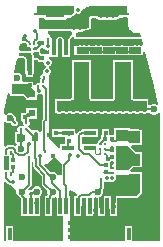
<source format=gbl>
G04*
G04 #@! TF.GenerationSoftware,Altium Limited,Altium Designer,25.0.2 (28)*
G04*
G04 Layer_Physical_Order=6*
G04 Layer_Color=16711680*
%FSLAX44Y44*%
%MOMM*%
G71*
G04*
G04 #@! TF.SameCoordinates,54A35FAF-5F68-4BCB-90B9-8CF1E0348433*
G04*
G04*
G04 #@! TF.FilePolarity,Positive*
G04*
G01*
G75*
%ADD10C,0.1000*%
G04:AMPARAMS|DCode=11|XSize=0.28mm|YSize=0.23mm|CornerRadius=0.115mm|HoleSize=0mm|Usage=FLASHONLY|Rotation=90.000|XOffset=0mm|YOffset=0mm|HoleType=Round|Shape=RoundedRectangle|*
%AMROUNDEDRECTD11*
21,1,0.2800,0.0000,0,0,90.0*
21,1,0.0500,0.2300,0,0,90.0*
1,1,0.2300,0.0000,0.0250*
1,1,0.2300,0.0000,-0.0250*
1,1,0.2300,0.0000,-0.0250*
1,1,0.2300,0.0000,0.0250*
%
%ADD11ROUNDEDRECTD11*%
G04:AMPARAMS|DCode=12|XSize=0.805mm|YSize=0.23mm|CornerRadius=0.115mm|HoleSize=0mm|Usage=FLASHONLY|Rotation=90.000|XOffset=0mm|YOffset=0mm|HoleType=Round|Shape=RoundedRectangle|*
%AMROUNDEDRECTD12*
21,1,0.8050,0.0000,0,0,90.0*
21,1,0.5750,0.2300,0,0,90.0*
1,1,0.2300,0.0000,0.2875*
1,1,0.2300,0.0000,-0.2875*
1,1,0.2300,0.0000,-0.2875*
1,1,0.2300,0.0000,0.2875*
%
%ADD12ROUNDEDRECTD12*%
G04:AMPARAMS|DCode=13|XSize=1.155mm|YSize=0.23mm|CornerRadius=0.115mm|HoleSize=0mm|Usage=FLASHONLY|Rotation=90.000|XOffset=0mm|YOffset=0mm|HoleType=Round|Shape=RoundedRectangle|*
%AMROUNDEDRECTD13*
21,1,1.1550,0.0000,0,0,90.0*
21,1,0.9250,0.2300,0,0,90.0*
1,1,0.2300,0.0000,0.4625*
1,1,0.2300,0.0000,-0.4625*
1,1,0.2300,0.0000,-0.4625*
1,1,0.2300,0.0000,0.4625*
%
%ADD13ROUNDEDRECTD13*%
G04:AMPARAMS|DCode=14|XSize=1.33mm|YSize=0.23mm|CornerRadius=0.115mm|HoleSize=0mm|Usage=FLASHONLY|Rotation=90.000|XOffset=0mm|YOffset=0mm|HoleType=Round|Shape=RoundedRectangle|*
%AMROUNDEDRECTD14*
21,1,1.3300,0.0000,0,0,90.0*
21,1,1.1000,0.2300,0,0,90.0*
1,1,0.2300,0.0000,0.5500*
1,1,0.2300,0.0000,-0.5500*
1,1,0.2300,0.0000,-0.5500*
1,1,0.2300,0.0000,0.5500*
%
%ADD14ROUNDEDRECTD14*%
%ADD15R,0.3500X0.3500*%
%ADD16R,1.0000X0.9000*%
%ADD17R,0.2500X0.2500*%
%ADD18R,0.3000X0.3000*%
%ADD19R,0.6000X0.6000*%
%ADD20R,1.2000X0.4000*%
%ADD22C,0.3500*%
%ADD23R,0.3500X0.3500*%
%ADD24C,0.2200*%
%ADD26R,0.5627X0.2064*%
%ADD27C,0.2500*%
%ADD28R,1.5500X0.3750*%
%ADD29R,0.3850X0.9500*%
%ADD30R,0.5600X0.7400*%
%ADD31R,0.9000X1.0000*%
%ADD32R,1.1200X0.3200*%
%ADD33R,1.1200X0.3230*%
%ADD36R,0.3250X1.1500*%
%ADD37R,0.3200X1.1200*%
%ADD38R,0.3230X1.1200*%
%ADD39C,0.2000*%
%ADD40C,0.1500*%
%ADD41C,0.3000*%
%ADD42C,0.4000*%
%ADD43R,1.0000X0.4000*%
%ADD44R,0.3000X1.4000*%
%ADD45R,0.3000X1.0000*%
%ADD46C,0.6000*%
%ADD47R,0.2000X0.3500*%
%ADD48R,0.3500X0.2000*%
G04:AMPARAMS|DCode=49|XSize=0.3mm|YSize=0.3mm|CornerRadius=0.075mm|HoleSize=0mm|Usage=FLASHONLY|Rotation=180.000|XOffset=0mm|YOffset=0mm|HoleType=Round|Shape=RoundedRectangle|*
%AMROUNDEDRECTD49*
21,1,0.3000,0.1500,0,0,180.0*
21,1,0.1500,0.3000,0,0,180.0*
1,1,0.1500,-0.0750,0.0750*
1,1,0.1500,0.0750,0.0750*
1,1,0.1500,0.0750,-0.0750*
1,1,0.1500,-0.0750,-0.0750*
%
%ADD49ROUNDEDRECTD49*%
%AMCUSTOMSHAPE50*
4,1,4,-0.1250,0.1750,-0.1750,-0.1750,0.1750,-0.1750,0.1750,0.1750,-0.1250,0.1750,0.0*%
%ADD50CUSTOMSHAPE50*%

G04:AMPARAMS|DCode=51|XSize=0.3mm|YSize=0.35mm|CornerRadius=0.075mm|HoleSize=0mm|Usage=FLASHONLY|Rotation=0.000|XOffset=0mm|YOffset=0mm|HoleType=Round|Shape=RoundedRectangle|*
%AMROUNDEDRECTD51*
21,1,0.3000,0.2000,0,0,0.0*
21,1,0.1500,0.3500,0,0,0.0*
1,1,0.1500,0.0750,-0.1000*
1,1,0.1500,-0.0750,-0.1000*
1,1,0.1500,-0.0750,0.1000*
1,1,0.1500,0.0750,0.1000*
%
%ADD51ROUNDEDRECTD51*%
%ADD52R,0.5500X0.2060*%
%ADD53R,0.6000X0.6400*%
G04:AMPARAMS|DCode=54|XSize=0.325mm|YSize=1.1mm|CornerRadius=0.0813mm|HoleSize=0mm|Usage=FLASHONLY|Rotation=0.000|XOffset=0mm|YOffset=0mm|HoleType=Round|Shape=RoundedRectangle|*
%AMROUNDEDRECTD54*
21,1,0.3250,0.9375,0,0,0.0*
21,1,0.1625,1.1000,0,0,0.0*
1,1,0.1625,0.0813,-0.4688*
1,1,0.1625,-0.0813,-0.4688*
1,1,0.1625,-0.0813,0.4688*
1,1,0.1625,0.0813,0.4688*
%
%ADD54ROUNDEDRECTD54*%
%ADD55R,1.0500X0.3230*%
%ADD56C,0.2120*%
G36*
X105000Y194350D02*
X107000D01*
Y192850D01*
X98855D01*
X97000Y190995D01*
X80575D01*
Y191600D01*
X73725D01*
Y190995D01*
X72895D01*
X72825Y190925D01*
Y181517D01*
X68948Y180534D01*
X61500Y180600D01*
X58281D01*
X58281Y180600D01*
X38600D01*
X38600Y180600D01*
X30725D01*
Y180600D01*
Y190100D01*
X34575D01*
X36675Y188000D01*
X52825D01*
X54925Y190100D01*
X56850D01*
X63010Y193892D01*
X63354Y193750D01*
X64647D01*
X65841Y194245D01*
X66755Y195159D01*
X67250Y196353D01*
Y196502D01*
X71173Y198918D01*
X73500D01*
Y200350D01*
X105000D01*
Y194350D01*
D02*
G37*
G36*
X60500D02*
X58000Y192850D01*
X27000D01*
Y194350D01*
X29000D01*
Y200350D01*
X60500D01*
Y194350D01*
D02*
G37*
G36*
X106418Y189602D02*
Y183000D01*
X106735Y182235D01*
X107000Y181969D01*
Y179912D01*
X109765Y179204D01*
X111485Y177485D01*
X111485Y177485D01*
X112250Y177168D01*
X112250Y177168D01*
X116582D01*
X117133Y175002D01*
X116353Y174000D01*
X62400D01*
Y177200D01*
X64932Y177842D01*
X65153Y177750D01*
X66347D01*
X67449Y178207D01*
X67815Y178572D01*
Y178572D01*
X75225Y180450D01*
Y188950D01*
X79075D01*
X82100Y188000D01*
X96400D01*
X99425Y190100D01*
X103275D01*
X105148Y190471D01*
X106418Y189602D01*
D02*
G37*
G36*
X39487Y172665D02*
Y170549D01*
X38834Y170271D01*
X38279Y170499D01*
X37450Y171247D01*
Y172665D01*
X39487D01*
D02*
G37*
G36*
X35000Y167000D02*
X33000D01*
X31864Y165864D01*
X31128Y165372D01*
X30636Y164636D01*
X28650Y162650D01*
X26544D01*
X26222Y162972D01*
Y164528D01*
X26844Y165150D01*
X27517D01*
X28473Y165546D01*
X29204Y166277D01*
X29600Y167233D01*
Y168267D01*
X29294Y169006D01*
Y169550D01*
X30244Y170500D01*
X35000D01*
Y167000D01*
D02*
G37*
G36*
X20400Y167788D02*
Y167233D01*
X20796Y166277D01*
X21527Y165546D01*
X22483Y165150D01*
X23173D01*
X24127Y164086D01*
X23763Y162766D01*
X23196Y162350D01*
X22483D01*
X22474Y162346D01*
X21064Y162250D01*
X21064Y162250D01*
X14826D01*
X13935Y163394D01*
X15045Y167785D01*
X15577Y168389D01*
X16250Y168876D01*
X19311D01*
X20400Y167788D01*
D02*
G37*
G36*
X35817Y163414D02*
X36087Y163169D01*
X36693Y162765D01*
X37366Y162489D01*
X38081Y162351D01*
X38445Y162336D01*
X38445Y162336D01*
X38600Y159636D01*
X38552Y159654D01*
X38452Y159674D01*
X38351D01*
X38251Y159654D01*
X38203Y159636D01*
X38203Y159636D01*
X34250Y159750D01*
X34780Y164280D01*
X35817Y163414D01*
D02*
G37*
G36*
X59051Y178207D02*
X59205Y176806D01*
X56992Y174039D01*
X56909Y174005D01*
X55995Y173091D01*
X55739Y172474D01*
X55600Y172300D01*
Y172138D01*
X55500Y171896D01*
Y170604D01*
X55600Y170362D01*
Y168638D01*
X55500Y168396D01*
Y167104D01*
X55600Y166862D01*
Y165138D01*
X55500Y164897D01*
Y163604D01*
X55600Y163362D01*
Y161759D01*
X55450Y161397D01*
Y160104D01*
X55600Y159741D01*
Y158300D01*
X51750D01*
Y159662D01*
X51850Y159904D01*
Y161196D01*
X51750Y161438D01*
Y163162D01*
X51850Y163403D01*
Y164696D01*
X51750Y164938D01*
Y166662D01*
X51850Y166903D01*
Y168196D01*
X51750Y168438D01*
Y170162D01*
X51850Y170403D01*
Y171696D01*
X51750Y171938D01*
Y172200D01*
X51600Y172300D01*
X51355Y172891D01*
X50441Y173805D01*
X50251Y173884D01*
X49634Y174296D01*
X48600Y174502D01*
X47566Y174296D01*
X46949Y173884D01*
X46759Y173805D01*
X45845Y172891D01*
X45600Y172300D01*
X45500Y172233D01*
Y172058D01*
X45350Y171696D01*
Y170403D01*
X45500Y170042D01*
Y168558D01*
X45350Y168196D01*
Y166903D01*
X45500Y166542D01*
Y165058D01*
X45350Y164696D01*
Y163403D01*
X45500Y163042D01*
Y161558D01*
X45350Y161196D01*
Y159904D01*
X45500Y159542D01*
Y158300D01*
X41600D01*
Y172300D01*
X38600Y177300D01*
Y178976D01*
X58281D01*
X59051Y178207D01*
D02*
G37*
G36*
X60871Y174039D02*
Y174000D01*
X60900Y173852D01*
Y172500D01*
X62252D01*
X62400Y172471D01*
X104650D01*
Y172470D01*
X117776D01*
X118915Y167985D01*
X117749Y166485D01*
X117418D01*
X116296Y166950D01*
X115003D01*
X113882Y166485D01*
X113236D01*
X112597Y166750D01*
X111403D01*
X110764Y166485D01*
X109736D01*
X109097Y166750D01*
X107903D01*
X107264Y166485D01*
X106236D01*
X105597Y166750D01*
X104403D01*
X103764Y166485D01*
X102668D01*
X101546Y166950D01*
X100154D01*
X99032Y166485D01*
X96468D01*
X95346Y166950D01*
X93954D01*
X92832Y166485D01*
X91736D01*
X91097Y166750D01*
X89903D01*
X89264Y166485D01*
X88237D01*
X87597Y166750D01*
X86403D01*
X85800Y166500D01*
X84700D01*
X84097Y166750D01*
X82903D01*
X82300Y166500D01*
X81133D01*
X80046Y166950D01*
X78654D01*
X77567Y166500D01*
X75100D01*
Y166500D01*
X74933D01*
X73846Y166950D01*
X72454D01*
X71367Y166500D01*
X70200D01*
X69597Y166750D01*
X68403D01*
X67800Y166500D01*
X66700D01*
X66097Y166750D01*
X64903D01*
X64300Y166500D01*
X60900D01*
Y162209D01*
X60750Y161847D01*
Y160653D01*
X60900Y160291D01*
Y158500D01*
X62550D01*
X63153Y158250D01*
X64347D01*
X64950Y158500D01*
X66050D01*
X66653Y158250D01*
X67847D01*
X68450Y158500D01*
X69550D01*
X70153Y158250D01*
X71347D01*
X71914Y158485D01*
X74987D01*
X75554Y158250D01*
X76946D01*
X77514Y158485D01*
X80586D01*
X81153Y158250D01*
X82347D01*
X82914Y158485D01*
X84086D01*
X84653Y158250D01*
X85847D01*
X86450Y158500D01*
X87549D01*
X88153Y158250D01*
X89347D01*
X89951Y158500D01*
X91049D01*
X91653Y158250D01*
X92497D01*
X92847Y158250D01*
X93900Y158485D01*
X93900Y158485D01*
X96486D01*
X97054Y158250D01*
X98446D01*
X99014Y158485D01*
X102086D01*
X102653Y158250D01*
X103847D01*
X104414Y158485D01*
X105585D01*
X106153Y158250D01*
X107347Y158250D01*
X107666Y158349D01*
X108100Y158485D01*
Y158485D01*
X109525Y158303D01*
X109653Y158250D01*
X110847D01*
X111415Y158485D01*
X112335D01*
X112903Y158250D01*
X114097D01*
X114665Y158485D01*
X119100D01*
Y161165D01*
X120600Y161353D01*
X128000Y132223D01*
Y131538D01*
X131775Y117352D01*
X131212Y116819D01*
X130447Y116499D01*
X128894Y117142D01*
X127104D01*
X125450Y116457D01*
X125000Y116007D01*
X123500Y116629D01*
Y121750D01*
X110500D01*
X110250Y123146D01*
Y131500D01*
Y141500D01*
Y154500D01*
X93750D01*
Y141500D01*
Y131500D01*
Y121750D01*
X84100D01*
Y121750D01*
X83900D01*
Y121750D01*
X75250D01*
Y131500D01*
Y141500D01*
Y154500D01*
X58750D01*
Y141500D01*
Y131500D01*
Y122353D01*
X57500Y121750D01*
X44500D01*
Y109750D01*
X45654D01*
X46159Y109245D01*
X47354Y108750D01*
X48646D01*
X49841Y109245D01*
X50346Y109750D01*
X51654D01*
X52159Y109245D01*
X53354Y108750D01*
X54646D01*
X55841Y109245D01*
X56101Y109505D01*
X57500Y109750D01*
X57903Y109441D01*
X58159Y109245D01*
X58698Y109022D01*
X58698Y109021D01*
X58726Y109010D01*
X59353Y108750D01*
X60646D01*
X61841Y109245D01*
X62346Y109750D01*
X63654D01*
X64159Y109245D01*
X65353Y108750D01*
X66646D01*
X67841Y109245D01*
X68346Y109750D01*
X69654D01*
X70159Y109245D01*
X71354Y108750D01*
X72646D01*
X73841Y109245D01*
X74346Y109750D01*
X75654D01*
X76159Y109245D01*
X77354Y108750D01*
X78646D01*
X79841Y109245D01*
X80346Y109750D01*
X81654D01*
X82159Y109245D01*
X83354Y108750D01*
X84646D01*
X85841Y109245D01*
X86346Y109750D01*
X87654D01*
X88159Y109245D01*
X89354Y108750D01*
X90646D01*
X91841Y109245D01*
X92346Y109750D01*
X93654D01*
X94159Y109245D01*
X95353Y108750D01*
X96646D01*
X97841Y109245D01*
X98346Y109750D01*
X99654D01*
X100159Y109245D01*
X101353Y108750D01*
X102646D01*
X103841Y109245D01*
X104346Y109750D01*
X105654D01*
X106159Y109245D01*
X107353Y108750D01*
X108646D01*
X109841Y109245D01*
X110500Y109750D01*
X111899Y109505D01*
X112159Y109245D01*
X113353Y108750D01*
X114646D01*
X115841Y109245D01*
X116346Y109750D01*
X117654D01*
X118159Y109245D01*
X119353Y108750D01*
X120646D01*
X121841Y109245D01*
X122130Y109534D01*
X123500Y109750D01*
X124862Y109416D01*
X125450Y108827D01*
X127104Y108142D01*
X128894D01*
X130548Y108827D01*
X131418Y109697D01*
X132918Y109137D01*
Y1082D01*
X109725D01*
Y13500D01*
X103725D01*
Y1082D01*
X57000D01*
Y23750D01*
Y37750D01*
X56825D01*
Y39000D01*
X56119D01*
Y43919D01*
X57006Y44471D01*
X57619Y44562D01*
X58262Y44013D01*
X58315Y43983D01*
X58356Y43939D01*
X59151Y43361D01*
X59206Y43336D01*
X59251Y43295D01*
X60088Y42781D01*
X60146Y42760D01*
X60193Y42723D01*
X61068Y42277D01*
X61127Y42260D01*
X61177Y42227D01*
X62085Y41851D01*
X62145Y41839D01*
X62198Y41809D01*
X62330Y41766D01*
X62748Y40177D01*
X61858Y39000D01*
X60825D01*
Y22000D01*
X66825D01*
Y30754D01*
X66874Y31000D01*
Y36980D01*
X67345Y37451D01*
X69566D01*
X70575Y36146D01*
Y34853D01*
X70825Y34250D01*
Y31750D01*
X70575Y31147D01*
Y29854D01*
X70825Y29250D01*
Y26750D01*
X70575Y26147D01*
Y24854D01*
X70825Y24250D01*
Y22000D01*
X76825D01*
Y24250D01*
X77075Y24854D01*
Y26147D01*
X76825Y26750D01*
Y27864D01*
X76907Y27918D01*
X77238Y28415D01*
X77354Y29000D01*
Y31250D01*
X77238Y31835D01*
X77105Y32158D01*
Y32842D01*
X77238Y33165D01*
X77354Y33750D01*
Y37320D01*
X77351Y37338D01*
X77354Y37355D01*
X77321Y37506D01*
X77712Y37942D01*
X78369Y38431D01*
X78531Y38507D01*
X79755Y38000D01*
X80296D01*
Y33750D01*
X80412Y33165D01*
X80546Y32842D01*
Y32158D01*
X80412Y31835D01*
X80296Y31250D01*
Y29000D01*
X80412Y28415D01*
X80744Y27918D01*
X80825Y27864D01*
Y26750D01*
X80575Y26147D01*
Y24854D01*
X80825Y24250D01*
Y22000D01*
X86825D01*
Y24250D01*
X87075Y24854D01*
Y26147D01*
X86825Y26750D01*
Y27864D01*
X86907Y27918D01*
X87238Y28415D01*
X87354Y29000D01*
Y31250D01*
X87238Y31835D01*
X87105Y32158D01*
Y32842D01*
X87238Y33165D01*
X87354Y33750D01*
Y37471D01*
X90296D01*
Y33750D01*
X90412Y33165D01*
X90546Y32842D01*
Y32158D01*
X90412Y31835D01*
X90296Y31250D01*
Y29000D01*
X90412Y28415D01*
X90744Y27918D01*
X90825Y27864D01*
Y26750D01*
X90575Y26147D01*
Y24854D01*
X90825Y24250D01*
Y22000D01*
X96825D01*
Y24250D01*
X97075Y24854D01*
Y26147D01*
X96825Y26750D01*
Y27864D01*
X96907Y27918D01*
X97238Y28415D01*
X97354Y29000D01*
Y31250D01*
X97238Y31835D01*
X97105Y32158D01*
Y32842D01*
X97238Y33165D01*
X97354Y33750D01*
Y37471D01*
X113000D01*
X113585Y37587D01*
X114081Y37919D01*
X117831Y41669D01*
X118163Y42165D01*
X118279Y42750D01*
Y49750D01*
Y58000D01*
X118250Y58148D01*
Y59500D01*
X116898D01*
X116750Y59529D01*
X108909D01*
X108540Y59587D01*
X107942Y61029D01*
X110384Y63471D01*
X116750D01*
X116898Y63500D01*
X118250D01*
Y64852D01*
X118279Y65000D01*
Y75000D01*
X118250Y75148D01*
Y76500D01*
X116898D01*
X116750Y76529D01*
X113384D01*
X108942Y80971D01*
X109564Y82471D01*
X116750D01*
X116898Y82500D01*
X118250D01*
Y83852D01*
X118279Y84000D01*
Y94000D01*
X118250Y94148D01*
Y95500D01*
X116898D01*
X116750Y95529D01*
X116067D01*
X115841Y95755D01*
X114646Y96250D01*
X113354D01*
X112159Y95755D01*
X112000Y95596D01*
X111841Y95755D01*
X110646Y96250D01*
X109354D01*
X109000Y96103D01*
X107500Y96750D01*
Y96750D01*
X106011Y96777D01*
X106000Y96779D01*
X96000D01*
X95852Y96750D01*
X94500D01*
Y95398D01*
X94471Y95250D01*
Y91000D01*
X90500D01*
Y96000D01*
X84000D01*
Y91000D01*
X83750D01*
Y88082D01*
X81918Y86250D01*
X80023D01*
Y83250D01*
X77597D01*
X77597Y83250D01*
X76403D01*
X76403Y83250D01*
X67650D01*
X67194Y84561D01*
Y87939D01*
X67650Y89250D01*
X80650D01*
Y96250D01*
X67650D01*
Y96210D01*
X66900Y95044D01*
X66022Y94870D01*
X65278Y94372D01*
X65278Y94372D01*
X63278Y92372D01*
X63150Y92181D01*
X61650Y92636D01*
Y96250D01*
X48650D01*
X48500Y95600D01*
X42000D01*
Y89100D01*
X48500D01*
Y89100D01*
X48650Y89250D01*
X52750D01*
Y83250D01*
X48650D01*
Y80310D01*
X47264Y79736D01*
X39000Y88000D01*
Y141750D01*
X39591Y141995D01*
X40505Y142909D01*
X41000Y144103D01*
Y145396D01*
X40505Y146591D01*
X39591Y147505D01*
X39224Y147657D01*
Y149136D01*
X40091Y149495D01*
X41005Y150409D01*
X41500Y151603D01*
Y152896D01*
X41005Y154091D01*
X40091Y155005D01*
X39185Y155381D01*
X39170Y156829D01*
X40512Y157228D01*
X40519Y157219D01*
X41015Y156887D01*
X41600Y156771D01*
X45500D01*
X46085Y156887D01*
X46581Y157219D01*
X46913Y157715D01*
X47029Y158300D01*
Y159542D01*
X46913Y160127D01*
X46880Y160208D01*
Y160892D01*
X46913Y160973D01*
X47029Y161558D01*
Y163042D01*
X46913Y163627D01*
X46880Y163708D01*
Y164392D01*
X46913Y164473D01*
X47029Y165058D01*
Y166542D01*
X46913Y167127D01*
X46880Y167208D01*
Y167892D01*
X46913Y167973D01*
X47029Y168558D01*
Y170042D01*
X46913Y170627D01*
X46880Y170708D01*
Y171392D01*
X46913Y171473D01*
X46939Y171604D01*
X47013Y171715D01*
X47141Y172025D01*
X47680Y172563D01*
X47798Y172612D01*
X48163Y172855D01*
X48600Y172943D01*
X49037Y172855D01*
X49402Y172612D01*
X49521Y172563D01*
X50059Y172025D01*
X50187Y171715D01*
X50271Y171589D01*
X50307Y171502D01*
X50321Y171435D01*
Y170665D01*
X50221Y170162D01*
Y168438D01*
X50321Y167935D01*
Y167165D01*
X50221Y166662D01*
Y164938D01*
X50321Y164435D01*
Y163665D01*
X50221Y163162D01*
Y161438D01*
X50321Y160935D01*
Y160165D01*
X50221Y159662D01*
Y158300D01*
X50337Y157715D01*
X50669Y157219D01*
X51165Y156887D01*
X51750Y156771D01*
X55600D01*
X56185Y156887D01*
X56681Y157219D01*
X57013Y157715D01*
X57129Y158300D01*
Y159741D01*
X57013Y160327D01*
X56979Y160408D01*
Y161092D01*
X57013Y161173D01*
X57129Y161759D01*
Y163362D01*
X57029Y163865D01*
Y164635D01*
X57129Y165138D01*
Y166862D01*
X57029Y167365D01*
Y168135D01*
X57129Y168638D01*
Y170362D01*
X57029Y170865D01*
Y171635D01*
X57049Y171735D01*
X57152Y171889D01*
X57291Y172225D01*
X57927Y172861D01*
X58073Y172958D01*
X58120Y173029D01*
X58186Y173084D01*
X59371Y174565D01*
X60871Y174039D01*
D02*
G37*
G36*
X30456Y160500D02*
X30631Y159622D01*
X31128Y158878D01*
X31872Y158381D01*
X32750Y158206D01*
X33939D01*
X34061Y158137D01*
X34134Y158158D01*
X34203Y158127D01*
X35000Y158104D01*
Y154250D01*
X31483D01*
X31366Y154840D01*
X30855Y155605D01*
X30090Y156116D01*
X29188Y156295D01*
X27562D01*
X27000Y156183D01*
Y160850D01*
X30456D01*
Y160500D01*
D02*
G37*
G36*
X21880Y160196D02*
X22206Y160196D01*
X22848Y160069D01*
X23452Y159819D01*
X23995Y159455D01*
X24226Y159224D01*
X24226Y159224D01*
X24339Y159112D01*
X24515Y158848D01*
X24636Y158555D01*
X24698Y158243D01*
X24698Y158084D01*
X24699Y158084D01*
Y152972D01*
X21972Y152972D01*
X21424Y154070D01*
X20015Y155797D01*
Y157100D01*
X18612D01*
X17646Y157500D01*
X17285D01*
X15501Y158042D01*
X14277Y158133D01*
X14277Y158133D01*
X14135Y158133D01*
Y160196D01*
X21880Y160196D01*
D02*
G37*
G36*
X14216Y156509D02*
X14529Y156486D01*
X15273Y156178D01*
X16053D01*
X16813Y155947D01*
X17058Y155971D01*
X17285Y155876D01*
X17323D01*
X17991Y155600D01*
X18222D01*
X18742Y154821D01*
X18757Y154770D01*
X18859Y154645D01*
X19000Y154434D01*
Y142900D01*
X19309D01*
X19557Y142301D01*
X20000Y141857D01*
Y140000D01*
X26000D01*
Y142250D01*
X26250D01*
Y152798D01*
X26322Y152972D01*
Y153271D01*
X26662Y153918D01*
X27317Y154591D01*
X27722Y154672D01*
X29028D01*
X29456Y154586D01*
X29684Y154434D01*
X29836Y154206D01*
X29891Y153933D01*
X30000Y153770D01*
Y152750D01*
X31185D01*
X31483Y152626D01*
X33550D01*
X35000Y151603D01*
X35131Y151287D01*
X35495Y150409D01*
X36409Y149495D01*
X36784Y149340D01*
X36666Y147819D01*
X35909Y147505D01*
X34995Y146591D01*
X34500Y145396D01*
Y144103D01*
X34682Y143665D01*
X34390Y143228D01*
X33287Y142771D01*
X32443Y141927D01*
X31986Y140824D01*
Y139631D01*
X32309Y138851D01*
X32029Y137650D01*
X31830Y137450D01*
X31440Y136509D01*
Y135744D01*
X30919Y135081D01*
X30256Y134560D01*
X29491D01*
X28550Y134170D01*
X27830Y133450D01*
X27574Y132832D01*
X26124Y133120D01*
Y134500D01*
X26000Y134798D01*
Y136000D01*
X24798D01*
X24500Y136124D01*
X17382D01*
X16426Y137574D01*
X16750Y138355D01*
Y140145D01*
X16065Y141799D01*
X14799Y143065D01*
X13145Y143750D01*
X11355D01*
X10967Y143589D01*
X9746Y144653D01*
X12596Y155577D01*
X12824Y155850D01*
X13167Y156121D01*
X14135Y156509D01*
X14216Y156509D01*
D02*
G37*
G36*
X24500Y134500D02*
Y131500D01*
X27750Y128250D01*
X21750Y122250D01*
X18500Y125500D01*
X8000D01*
Y134500D01*
X24500Y134500D01*
D02*
G37*
G36*
X108626Y141500D02*
Y131500D01*
Y123146D01*
X108684Y123007D01*
X108652Y122860D01*
X108750Y122312D01*
Y120250D01*
X110202D01*
X110500Y120126D01*
X121876D01*
Y116629D01*
X122000Y116330D01*
Y116007D01*
X122000Y116007D01*
Y111157D01*
X121877Y111138D01*
X121448Y110875D01*
X120982Y110682D01*
X120921Y110621D01*
X120323Y110374D01*
X119676D01*
X119079Y110621D01*
X118802Y110898D01*
X117654Y111374D01*
X116346D01*
X115198Y110898D01*
X114921Y110621D01*
X114323Y110374D01*
X113676D01*
X113079Y110621D01*
X113047Y110653D01*
X112593Y110841D01*
X112179Y111104D01*
X110780Y111349D01*
X110744Y111341D01*
X110713Y111360D01*
X110143Y111207D01*
X109567Y111079D01*
X109548Y111048D01*
X109512Y111039D01*
X109023Y110663D01*
X108323Y110374D01*
X107676D01*
X107079Y110621D01*
X106802Y110898D01*
X105654Y111374D01*
X104346D01*
X103198Y110898D01*
X102921Y110621D01*
X102323Y110374D01*
X101676D01*
X101079Y110621D01*
X100802Y110898D01*
X99654Y111374D01*
X98346D01*
X97198Y110898D01*
X96921Y110621D01*
X96323Y110374D01*
X95676D01*
X95079Y110621D01*
X94802Y110898D01*
X93654Y111374D01*
X92346D01*
X91198Y110898D01*
X90921Y110621D01*
X90323Y110374D01*
X89676D01*
X89079Y110621D01*
X88802Y110898D01*
X87654Y111374D01*
X86346D01*
X85198Y110898D01*
X84921Y110621D01*
X84323Y110374D01*
X83676D01*
X83079Y110621D01*
X82802Y110898D01*
X81654Y111374D01*
X80346D01*
X79198Y110898D01*
X78921Y110621D01*
X78323Y110374D01*
X77677D01*
X77079Y110621D01*
X76802Y110898D01*
X75654Y111374D01*
X74346D01*
X73198Y110898D01*
X72921Y110621D01*
X72323Y110374D01*
X71677D01*
X71079Y110621D01*
X70802Y110898D01*
X69654Y111374D01*
X68346D01*
X67198Y110898D01*
X66921Y110621D01*
X66323Y110374D01*
X65676D01*
X65079Y110621D01*
X64802Y110898D01*
X63654Y111374D01*
X62346D01*
X61198Y110898D01*
X60921Y110621D01*
X60324Y110374D01*
X59676D01*
X59348Y110510D01*
X59347D01*
X59346Y110511D01*
X59319Y110521D01*
X59319Y110521D01*
X58977Y110663D01*
X58891Y110730D01*
X58891Y110730D01*
X58891Y110730D01*
X58488Y111039D01*
X58453Y111048D01*
X58433Y111079D01*
X57857Y111207D01*
X57287Y111360D01*
X57256Y111341D01*
X57220Y111349D01*
X55821Y111104D01*
X55407Y110841D01*
X54953Y110653D01*
X54921Y110621D01*
X54324Y110374D01*
X53677D01*
X53079Y110621D01*
X52802Y110898D01*
X51654Y111374D01*
X50346D01*
X49198Y110898D01*
X48921Y110621D01*
X48323Y110374D01*
X47677D01*
X47079Y110621D01*
X46802Y110898D01*
X46573Y110993D01*
X46124Y111179D01*
Y120126D01*
X57500D01*
X57798Y120250D01*
X60250D01*
Y121782D01*
X60283Y121819D01*
X60267Y122097D01*
X60374Y122353D01*
Y131500D01*
Y141500D01*
Y152876D01*
X73626D01*
Y141500D01*
Y131500D01*
Y121750D01*
X73750Y121452D01*
Y121000D01*
X73937D01*
X74102Y120602D01*
X75250Y120126D01*
X83900D01*
X83900Y120126D01*
X84100D01*
X84100Y120126D01*
X93750D01*
X94898Y120602D01*
X95063Y121000D01*
X95250D01*
Y121452D01*
X95374Y121750D01*
Y131500D01*
Y141500D01*
Y152876D01*
X108626D01*
Y141500D01*
D02*
G37*
G36*
X6376Y126045D02*
Y125500D01*
X6500Y125202D01*
Y124000D01*
X7702D01*
X8000Y123876D01*
X17828D01*
X20250Y121454D01*
Y120750D01*
X21452D01*
X21750Y120626D01*
X22048Y120750D01*
X29250D01*
Y124513D01*
X30354Y125250D01*
X31646D01*
X32841Y125745D01*
X34206Y125059D01*
Y104787D01*
X33878Y104459D01*
X33381Y103715D01*
X33206Y102837D01*
Y95041D01*
X31866Y93788D01*
X31343Y93833D01*
X31162Y93934D01*
X30341Y94755D01*
X29146Y95250D01*
X27854D01*
X26659Y94755D01*
X24693Y94802D01*
X23000Y96494D01*
Y96547D01*
X22581Y97558D01*
X21925Y98500D01*
X22581Y99442D01*
X23000Y100453D01*
Y101547D01*
X22581Y102558D01*
X22544Y102595D01*
Y104600D01*
X22544Y104600D01*
X23940Y104750D01*
X29250D01*
Y111278D01*
X29294Y111500D01*
X29250Y111721D01*
Y113750D01*
X27221D01*
X27000Y113794D01*
X26779Y113750D01*
X20250D01*
Y110750D01*
X19659Y110505D01*
X18745Y109591D01*
X18707Y109500D01*
X15350D01*
Y103000D01*
X16532D01*
X17501Y101550D01*
X17500Y101547D01*
Y100453D01*
X17919Y99442D01*
X18078Y99214D01*
X17036Y98172D01*
X16808Y98331D01*
X15797Y98750D01*
X14703D01*
X13692Y98331D01*
X12919Y97558D01*
X12500Y96547D01*
Y95453D01*
X12833Y94650D01*
X12266Y93200D01*
X10150D01*
Y83800D01*
X11240D01*
X12045Y82350D01*
X11944Y82187D01*
X10344Y81899D01*
X10015Y82119D01*
X9137Y82294D01*
X4818D01*
X3940Y82119D01*
X3195Y81622D01*
X2600Y81027D01*
X1150Y81628D01*
Y101698D01*
X2600Y102286D01*
X3451Y101435D01*
X5105Y100750D01*
X6895D01*
X7500Y100453D01*
X7919Y99442D01*
X8692Y98669D01*
X9703Y98250D01*
X10797D01*
X11808Y98669D01*
X12581Y99442D01*
X13000Y100453D01*
Y101547D01*
X12581Y102558D01*
X11808Y103331D01*
X11169Y103596D01*
X11007Y103758D01*
X11150Y104104D01*
Y105396D01*
X10655Y106591D01*
X10075Y107171D01*
X9815Y107799D01*
X8549Y109065D01*
X6895Y109750D01*
X5105D01*
X3451Y109065D01*
X2600Y108214D01*
X1150Y108802D01*
Y111713D01*
X4938Y126230D01*
X6376Y126045D01*
D02*
G37*
G36*
X107250Y94000D02*
X116750D01*
Y84000D01*
X107750D01*
X106000Y85750D01*
Y86250D01*
X96000D01*
Y95250D01*
X106000D01*
X107250Y94000D01*
D02*
G37*
G36*
X5250Y66750D02*
Y61250D01*
X1150D01*
Y72750D01*
X5250D01*
Y66750D01*
D02*
G37*
G36*
X112750Y75000D02*
X116750D01*
Y65000D01*
X109750D01*
X106000Y61250D01*
X96000D01*
Y81750D01*
X106000D01*
X112750Y75000D01*
D02*
G37*
G36*
X50328Y66423D02*
X50131Y66128D01*
X49956Y65250D01*
Y57321D01*
X46542D01*
X46365Y57749D01*
X45099Y59015D01*
X43445Y59700D01*
X41655D01*
X40958Y59411D01*
X35134Y65236D01*
X35689Y66575D01*
X38075D01*
X43100Y71600D01*
X45095Y71655D01*
X50328Y66423D01*
D02*
G37*
G36*
X116750Y49750D02*
Y42750D01*
X113000Y39000D01*
X95825D01*
Y33750D01*
X95575Y33147D01*
Y31854D01*
X95825Y31250D01*
Y29000D01*
X91825D01*
Y31250D01*
X92075Y31854D01*
Y33147D01*
X91825Y33750D01*
Y39000D01*
X85825D01*
Y33750D01*
X85575Y33147D01*
Y31854D01*
X85825Y31250D01*
Y29000D01*
X81825D01*
Y31250D01*
X82075Y31854D01*
Y33147D01*
X81825Y33750D01*
Y38116D01*
X83199Y38685D01*
X84465Y39951D01*
X85150Y41605D01*
Y43395D01*
X84896Y44009D01*
X85355Y44696D01*
X85549Y45672D01*
Y50581D01*
X85751Y50796D01*
X86819Y51325D01*
X87604Y51000D01*
X88897D01*
X90091Y51495D01*
X90500Y51904D01*
X90909Y51495D01*
X92104Y51000D01*
X93397D01*
X94591Y51495D01*
X95505Y52409D01*
X95646Y52750D01*
X96000D01*
Y56750D01*
X106500D01*
X107750Y58000D01*
X116750D01*
Y49750D01*
D02*
G37*
G36*
X75575Y37559D02*
X75825Y37320D01*
Y33750D01*
X75575Y33147D01*
Y31854D01*
X75825Y31250D01*
Y29000D01*
X72500D01*
Y37451D01*
X73104D01*
X74080Y37645D01*
X74555Y37963D01*
X75575Y37559D01*
D02*
G37*
G36*
X26098Y68399D02*
X26206Y68191D01*
Y64382D01*
X26381Y63505D01*
X26878Y62760D01*
X33206Y56432D01*
Y49550D01*
X33381Y48672D01*
X33878Y47928D01*
X38156Y43650D01*
X38050Y43395D01*
Y41605D01*
X38361Y40855D01*
X37956Y40249D01*
X37781Y39371D01*
Y39000D01*
X35825D01*
Y22000D01*
X41825D01*
Y36198D01*
X42195Y36751D01*
X42369Y37629D01*
Y38000D01*
X43445D01*
X44375Y38385D01*
X45825Y37517D01*
Y22000D01*
X51000D01*
Y1082D01*
X8925D01*
Y13500D01*
X2925D01*
Y1082D01*
X1150D01*
Y51219D01*
X2490Y51774D01*
X4626Y49639D01*
X5370Y49141D01*
X6248Y48967D01*
X6549D01*
X7037Y48479D01*
X8231Y47984D01*
X11800Y43895D01*
Y42105D01*
X12485Y40451D01*
X13751Y39185D01*
X14636Y38819D01*
X14746Y38263D01*
X15244Y37519D01*
X15825Y36938D01*
Y22000D01*
X31825D01*
Y32681D01*
X32000Y33103D01*
Y34396D01*
X31825Y34818D01*
Y39000D01*
X32524Y40160D01*
X32815Y40451D01*
X33500Y42105D01*
Y43895D01*
X32815Y45549D01*
X31549Y46815D01*
X29895Y47500D01*
X28105D01*
X26451Y46815D01*
X25185Y45549D01*
X24852Y44744D01*
X24669Y44622D01*
X24297Y44250D01*
X23104D01*
X22662Y44067D01*
X21841Y45296D01*
X23872Y47328D01*
X24369Y48072D01*
X24544Y48950D01*
Y67641D01*
X25994Y68462D01*
X26098Y68399D01*
D02*
G37*
D10*
X82900Y83573D02*
Y83900D01*
Y83250D02*
Y83573D01*
Y75250D02*
Y78500D01*
Y75000D02*
Y75250D01*
X79000Y75000D02*
X82900D01*
X74150Y80250D02*
X77000D01*
X78000Y79250D01*
Y76000D02*
Y79250D01*
Y76000D02*
X79000Y75000D01*
X74150Y79750D02*
Y80250D01*
D11*
X38600Y161050D02*
D03*
D12*
Y168920D02*
D03*
D13*
X43600Y166300D02*
D03*
X53600D02*
D03*
D14*
X48600D02*
D03*
X58600D02*
D03*
D15*
X56000Y86250D02*
D03*
X50300D02*
D03*
X3000Y70000D02*
D03*
X8500D02*
D03*
X3000Y64000D02*
D03*
X8500D02*
D03*
X87000Y87750D02*
D03*
X92500D02*
D03*
X87250Y92750D02*
D03*
X92750D02*
D03*
X18600Y106250D02*
D03*
X12900D02*
D03*
D16*
X117000Y115750D02*
D03*
Y102250D02*
D03*
X51000D02*
D03*
Y115750D02*
D03*
X64200Y102250D02*
D03*
Y115750D02*
D03*
X77400Y102250D02*
D03*
Y115750D02*
D03*
X103800Y102250D02*
D03*
Y115750D02*
D03*
X90600Y102250D02*
D03*
Y115750D02*
D03*
X101000Y77250D02*
D03*
Y90750D02*
D03*
Y52250D02*
D03*
Y65750D02*
D03*
X13000Y130000D02*
D03*
Y116500D02*
D03*
D17*
X25500Y138000D02*
D03*
X20500D02*
D03*
D18*
X23000Y143000D02*
D03*
Y133000D02*
D03*
D19*
X16750Y88500D02*
D03*
X27750D02*
D03*
X24750Y125250D02*
D03*
Y109250D02*
D03*
D20*
Y117250D02*
D03*
D22*
X38250Y166250D02*
D03*
X48600Y167550D02*
D03*
Y171050D02*
D03*
X31000Y105750D02*
D03*
X30500Y99500D02*
D03*
X34000Y25750D02*
D03*
X36250Y41250D02*
D03*
X92678Y79822D02*
D03*
X56750Y74000D02*
D03*
X64000Y73500D02*
D03*
X56400Y91750D02*
D03*
X118000Y80000D02*
D03*
X113500D02*
D03*
X29000Y55700D02*
D03*
X59000Y38750D02*
D03*
X4750Y40500D02*
D03*
Y34500D02*
D03*
Y28500D02*
D03*
Y22500D02*
D03*
X6750Y16500D02*
D03*
X12750D02*
D03*
Y10500D02*
D03*
X18750D02*
D03*
X24750D02*
D03*
X42750Y16500D02*
D03*
X30750Y10500D02*
D03*
X36750D02*
D03*
X42750D02*
D03*
X12750Y4500D02*
D03*
X18750D02*
D03*
X24750D02*
D03*
X30750D02*
D03*
X36750D02*
D03*
X42750D02*
D03*
X48750D02*
D03*
Y10500D02*
D03*
Y16500D02*
D03*
X92750Y54250D02*
D03*
X88250D02*
D03*
X116750Y61500D02*
D03*
X111250D02*
D03*
X60000Y118000D02*
D03*
X66000D02*
D03*
X78000D02*
D03*
X84000D02*
D03*
X90000D02*
D03*
X102000D02*
D03*
X108000D02*
D03*
X120000D02*
D03*
X48000Y112000D02*
D03*
X60000D02*
D03*
X66000D02*
D03*
X78000D02*
D03*
X84000D02*
D03*
X90000D02*
D03*
X102000D02*
D03*
X108000D02*
D03*
X120000D02*
D03*
X48000Y118000D02*
D03*
X59000Y32750D02*
D03*
X114000Y112000D02*
D03*
X96000D02*
D03*
X72000D02*
D03*
X54000D02*
D03*
X114000Y118000D02*
D03*
X96000D02*
D03*
X72000D02*
D03*
X54000D02*
D03*
X114000Y93000D02*
D03*
X110000D02*
D03*
X114000Y89000D02*
D03*
X110000D02*
D03*
X106000D02*
D03*
Y93000D02*
D03*
X102000Y89000D02*
D03*
X98000D02*
D03*
X102000Y93000D02*
D03*
X98000D02*
D03*
X59000Y27750D02*
D03*
Y22750D02*
D03*
X68825Y32500D02*
D03*
Y27500D02*
D03*
Y22500D02*
D03*
X78825Y32500D02*
D03*
Y27500D02*
D03*
Y22500D02*
D03*
X98825Y32500D02*
D03*
Y27500D02*
D03*
Y22500D02*
D03*
X88825D02*
D03*
Y27500D02*
D03*
Y32500D02*
D03*
X112000Y49000D02*
D03*
X107000D02*
D03*
X102000D02*
D03*
X92000D02*
D03*
X97000D02*
D03*
X73825Y25500D02*
D03*
Y30500D02*
D03*
Y35500D02*
D03*
X83825D02*
D03*
Y30500D02*
D03*
Y25500D02*
D03*
X93825D02*
D03*
Y30500D02*
D03*
Y35500D02*
D03*
X28750Y33750D02*
D03*
X16300Y55700D02*
D03*
X4000Y47000D02*
D03*
X2987Y99445D02*
D03*
X3000Y86000D02*
D03*
X3500Y70000D02*
D03*
Y64000D02*
D03*
X8878Y51234D02*
D03*
X50300Y86250D02*
D03*
X92750Y67000D02*
D03*
X23750Y41000D02*
D03*
X28500Y92000D02*
D03*
X115650Y163700D02*
D03*
X64000Y197000D02*
D03*
X17460Y165016D02*
D03*
X58750Y164250D02*
D03*
Y157250D02*
D03*
X58700Y160750D02*
D03*
X58750Y171250D02*
D03*
Y167750D02*
D03*
X13250Y139250D02*
D03*
X47000Y61500D02*
D03*
X44250Y66250D02*
D03*
X31500Y73000D02*
D03*
X4250Y113250D02*
D03*
X66500Y156250D02*
D03*
X21500Y107750D02*
D03*
X27500Y117250D02*
D03*
X38250Y166250D02*
D03*
X29000Y151500D02*
D03*
Y148000D02*
D03*
Y144500D02*
D03*
X38250Y152250D02*
D03*
X22250Y83423D02*
D03*
X5500Y96250D02*
D03*
X12900Y108000D02*
D03*
X7900Y104750D02*
D03*
X13000Y116500D02*
D03*
X18750Y174500D02*
D03*
X31000Y128500D02*
D03*
X37750Y144750D02*
D03*
X27750Y179000D02*
D03*
X28750Y141000D02*
D03*
X26500Y138000D02*
D03*
X19500D02*
D03*
X23000D02*
D03*
X17000Y143750D02*
D03*
Y147250D02*
D03*
Y150750D02*
D03*
Y154250D02*
D03*
X48600Y160550D02*
D03*
Y157050D02*
D03*
Y164050D02*
D03*
X23250Y117250D02*
D03*
D23*
X87750Y60000D02*
D03*
Y65500D02*
D03*
X92678Y78072D02*
D03*
Y72372D02*
D03*
X45250Y92350D02*
D03*
Y86650D02*
D03*
X18000Y166750D02*
D03*
X33250Y168750D02*
D03*
Y156000D02*
D03*
D24*
X86900Y75250D02*
D03*
Y79250D02*
D03*
Y83250D02*
D03*
X82900Y75250D02*
D03*
Y79250D02*
D03*
Y83250D02*
D03*
X27000Y167750D02*
D03*
X23000D02*
D03*
X27000Y163750D02*
D03*
X23000D02*
D03*
X27000Y159750D02*
D03*
X23000D02*
D03*
D26*
X16750Y159718D02*
D03*
D27*
X10250Y101000D02*
D03*
Y96000D02*
D03*
X15250D02*
D03*
X20250Y101000D02*
D03*
Y96000D02*
D03*
D28*
X44750Y192870D02*
D03*
X89250D02*
D03*
D29*
X56850Y185350D02*
D03*
X32650D02*
D03*
X77150D02*
D03*
X101350D02*
D03*
D30*
X49100Y184300D02*
D03*
X40400D02*
D03*
X84900D02*
D03*
X93600D02*
D03*
D31*
X112250Y53000D02*
D03*
X125750D02*
D03*
X112250Y70000D02*
D03*
X125750D02*
D03*
X112250Y89000D02*
D03*
X125750D02*
D03*
X104250Y138000D02*
D03*
X117750D02*
D03*
X104250Y128000D02*
D03*
X117750D02*
D03*
X104250Y148000D02*
D03*
X117750D02*
D03*
X69250Y128000D02*
D03*
X82750D02*
D03*
X99750D02*
D03*
X86250D02*
D03*
X99750Y148000D02*
D03*
X86250D02*
D03*
X99750Y138000D02*
D03*
X86250D02*
D03*
X69250Y148000D02*
D03*
X82750D02*
D03*
X69250Y138000D02*
D03*
X82750D02*
D03*
X64750Y148000D02*
D03*
X51250D02*
D03*
X64750Y128000D02*
D03*
X51250D02*
D03*
X64750Y138000D02*
D03*
X51250D02*
D03*
D32*
X90000Y161600D02*
D03*
X101000Y161585D02*
D03*
X79000Y175585D02*
D03*
Y168585D02*
D03*
Y156400D02*
D03*
X101000Y163385D02*
D03*
X68000Y161600D02*
D03*
X90000Y163385D02*
D03*
X101000Y175585D02*
D03*
X68000Y175600D02*
D03*
X112000Y170385D02*
D03*
X90000Y175585D02*
D03*
X68000Y163400D02*
D03*
X112000Y161585D02*
D03*
Y163385D02*
D03*
D33*
X90000Y156400D02*
D03*
X101000Y156385D02*
D03*
X79000Y170385D02*
D03*
Y163385D02*
D03*
Y161600D02*
D03*
X101000Y168585D02*
D03*
X68000Y156400D02*
D03*
X90000Y168585D02*
D03*
X101000Y170385D02*
D03*
X68000Y170400D02*
D03*
X90000Y170385D02*
D03*
X68000Y168600D02*
D03*
X112000Y156385D02*
D03*
Y168585D02*
D03*
D36*
X23125Y149500D02*
D03*
D37*
X22100Y150000D02*
D03*
D38*
X16900D02*
D03*
D39*
X86900Y75196D02*
X88128Y73968D01*
Y72413D02*
X89541Y71000D01*
X92000Y63000D02*
Y67000D01*
X88128Y72413D02*
Y73968D01*
X86900Y75196D02*
Y75250D01*
X66290Y40000D02*
X73104D01*
X64325Y31000D02*
Y38036D01*
X63825Y30500D02*
X64325Y31000D01*
Y38036D02*
X66290Y40000D01*
X73104D02*
X75604Y42500D01*
X80650D01*
X83000Y45672D02*
Y54000D01*
X80650Y42500D02*
Y43322D01*
X83000Y45672D01*
X6750Y58000D02*
Y58750D01*
X7328D02*
X8500Y59922D01*
X6750Y58750D02*
X7328D01*
X8500Y59922D02*
Y64000D01*
X90163Y71622D02*
X91928D01*
X92678Y72372D01*
X89541Y71000D02*
X90163Y71622D01*
D40*
X64900Y78818D02*
X68968Y74750D01*
X64900Y78818D02*
Y90750D01*
X68968Y74750D02*
X73500D01*
X82750Y65500D02*
X86000D01*
X73500Y74750D02*
X82750Y65500D01*
X64900Y90750D02*
X66900Y92750D01*
X82900Y83573D02*
X83034D01*
X92678Y78072D02*
Y79822D01*
X87739Y78600D02*
X92150D01*
X92678Y78072D01*
X86961Y79116D02*
X87223D01*
X87739Y78600D01*
X86771Y78927D02*
X86961Y79116D01*
X87000Y87750D02*
Y91750D01*
X83034Y83573D02*
Y84122D01*
X85662Y86750D02*
X86000D01*
X83034Y84122D02*
X85662Y86750D01*
X86000D02*
X87000Y87750D01*
X56500Y69500D02*
Y74000D01*
X66900Y92750D02*
X74150D01*
X45250Y92350D02*
X54750D01*
X55150Y92750D01*
X35500Y77906D02*
X36250Y77156D01*
X35500Y102837D02*
X36500Y103837D01*
X36250Y76750D02*
Y77156D01*
X35500Y77906D02*
Y102837D01*
X52250Y65250D02*
X56500Y69500D01*
X55150Y79750D02*
Y86874D01*
X120000Y112642D02*
X127999D01*
X120000Y112000D02*
Y112642D01*
X95871Y86000D02*
X96750Y86879D01*
Y87000D02*
X100500Y90750D01*
X92500Y86000D02*
X95871D01*
X96750Y86879D02*
Y87000D01*
X100500Y90750D02*
X101000D01*
X102750Y89000D01*
X42238Y50237D02*
X48825Y43650D01*
Y30500D02*
Y43650D01*
X42238Y50237D02*
Y54887D01*
X31500Y65625D02*
X42238Y54887D01*
X35500Y49550D02*
Y57382D01*
X28500Y64382D02*
X35500Y57382D01*
X27500Y71343D02*
X28500Y70343D01*
Y64382D02*
Y70343D01*
X31500Y65625D02*
Y73000D01*
X52250Y49541D02*
Y65250D01*
Y49541D02*
X53825Y47966D01*
Y30500D02*
Y47966D01*
X28750Y35500D02*
X28825Y35425D01*
Y30500D02*
Y35425D01*
X10750Y76825D02*
X13825Y73750D01*
X9137Y80000D02*
X10750Y78387D01*
X13825Y73750D02*
X18175D01*
X21250Y81882D02*
X22250Y82882D01*
X21250Y76825D02*
Y81882D01*
X10750Y76825D02*
Y78387D01*
X18175Y73750D02*
X21250Y76825D01*
X8500Y70000D02*
Y74121D01*
X6750Y75250D02*
Y76000D01*
Y75250D02*
X7000Y75000D01*
X7621D01*
X8500Y74121D01*
X3000Y78182D02*
X4818Y80000D01*
X9137D01*
X2750Y76000D02*
X3000Y76250D01*
Y78182D01*
X31000Y128500D02*
Y129041D01*
Y127959D02*
Y128500D01*
X19350Y107000D02*
X22500D01*
X2750Y54759D02*
X6248Y51261D01*
X8851D02*
X8878Y51234D01*
X6248Y51261D02*
X8851D01*
X2750Y54759D02*
Y58000D01*
X2750Y58000D01*
X24000Y40709D02*
X26291Y43000D01*
X86000Y60000D02*
X87000Y59000D01*
X87750D02*
X92750D01*
X87000Y91750D02*
X87250Y92000D01*
X22250Y48950D02*
Y72000D01*
X16300Y43000D02*
X22250Y48950D01*
X15852Y43448D02*
X16866Y42434D01*
X35500Y49550D02*
X42550Y42500D01*
X16866Y39141D02*
X18075Y37932D01*
X16866Y39141D02*
Y42434D01*
X40075Y39371D02*
X42550Y41846D01*
X40075Y37629D02*
Y39371D01*
X23750Y41000D02*
X23788Y40962D01*
Y32712D02*
Y40962D01*
X26291Y43000D02*
X29000D01*
X27500Y88250D02*
X27750Y88500D01*
X27500Y71343D02*
Y88250D01*
X12750Y130250D02*
X13000Y130000D01*
X15250Y90000D02*
X16750Y88500D01*
X14650Y88500D02*
X15750Y87400D01*
Y80500D02*
Y87400D01*
X36500Y103837D02*
Y129500D01*
X34000Y132000D02*
X36500Y129500D01*
X22866Y167884D02*
Y168566D01*
Y167884D02*
X23000Y167750D01*
X18375Y171875D02*
X19000Y171250D01*
X18375Y174125D02*
X18750Y174500D01*
X20182Y171250D02*
X22866Y168566D01*
X19000Y171250D02*
X20182D01*
X18375Y171875D02*
Y174125D01*
X24750Y109250D02*
X27000Y111500D01*
X22500Y107000D02*
X24750Y109250D01*
X34000Y136000D02*
X34986Y140228D01*
X29000Y172500D02*
Y177209D01*
X27000Y167750D02*
Y170500D01*
X29000Y172500D01*
X22250Y82882D02*
Y83423D01*
X15250Y90000D02*
Y96000D01*
X20250Y96000D02*
Y96000D01*
Y96000D02*
X27750Y88500D01*
X5500Y88850D02*
X5850Y88500D01*
X5500Y88850D02*
Y96250D01*
X5625Y96125D01*
X10125D01*
X10250Y96000D01*
X18600Y106250D02*
X19350Y107000D01*
X20250Y101000D02*
Y104600D01*
X18600Y106250D02*
X20250Y104600D01*
X7900Y104750D02*
X8283Y104367D01*
Y103238D02*
Y104367D01*
Y103238D02*
X10250Y101271D01*
Y101000D02*
Y101271D01*
X27750Y178459D02*
Y179000D01*
Y178459D02*
X29000Y177209D01*
X30119Y129923D02*
Y131881D01*
Y129923D02*
X31000Y129041D01*
X30000Y132000D02*
X30119Y131881D01*
X29832Y136000D02*
X30000D01*
X28215Y137617D02*
X29832Y136000D01*
X26883Y137617D02*
X28215D01*
X26500Y138000D02*
X26883Y137617D01*
X22866Y163884D02*
X23000Y163750D01*
X22047Y163884D02*
X22866D01*
X21814Y164117D02*
X22047Y163884D01*
X19000Y164500D02*
X19383Y164117D01*
X21814D01*
X16750Y163282D02*
X17782D01*
X19000Y164500D01*
D41*
X43600Y166300D02*
D03*
Y169300D02*
D03*
Y172300D02*
D03*
Y163300D02*
D03*
Y159800D02*
D03*
X53600D02*
D03*
Y163300D02*
D03*
Y172300D02*
D03*
Y169300D02*
D03*
Y166300D02*
D03*
X52100Y174800D02*
D03*
X45100D02*
D03*
X42100D02*
D03*
X55100D02*
D03*
X53600Y177300D02*
D03*
X50600D02*
D03*
X46600D02*
D03*
X43600D02*
D03*
X40600D02*
D03*
X56600D02*
D03*
X52100Y194800D02*
D03*
X49100D02*
D03*
X46100D02*
D03*
X43100D02*
D03*
X40100D02*
D03*
X38600Y192300D02*
D03*
X41600D02*
D03*
X44600D02*
D03*
X47600D02*
D03*
X50600D02*
D03*
X37100Y194800D02*
D03*
X38600Y197300D02*
D03*
X41600D02*
D03*
X44600D02*
D03*
X47600D02*
D03*
X50600D02*
D03*
X53600D02*
D03*
X35600D02*
D03*
X77000Y80250D02*
D03*
X22250Y72000D02*
D03*
X36250Y76750D02*
D03*
X34986Y140228D02*
D03*
X71382Y146250D02*
D03*
X68381D02*
D03*
X65381D02*
D03*
X62381D02*
D03*
X68381Y150250D02*
D03*
X71382D02*
D03*
X62381Y126250D02*
D03*
Y138250D02*
D03*
X65381D02*
D03*
X68381D02*
D03*
X71382D02*
D03*
X62381Y134250D02*
D03*
X65381D02*
D03*
X68381D02*
D03*
X71382D02*
D03*
X65381Y126250D02*
D03*
X68381D02*
D03*
X71382D02*
D03*
X105000Y163750D02*
D03*
X103250Y161250D02*
D03*
X106750Y161250D02*
D03*
X108500Y163750D02*
D03*
X110250Y161250D02*
D03*
X113500Y161250D02*
D03*
X112000Y163750D02*
D03*
X90500Y163750D02*
D03*
X92250Y161250D02*
D03*
X88750Y161250D02*
D03*
X87000Y163750D02*
D03*
X85250Y161250D02*
D03*
X81750Y161250D02*
D03*
X83500Y163750D02*
D03*
X69000D02*
D03*
X70750Y161250D02*
D03*
X67250Y161250D02*
D03*
X65500Y163750D02*
D03*
X63750Y161250D02*
D03*
X65750Y180750D02*
D03*
X83000Y54000D02*
D03*
X21564Y163867D02*
D03*
X22100Y144000D02*
D03*
Y147000D02*
D03*
X22222Y149972D02*
D03*
Y152972D02*
D03*
Y155972D02*
D03*
X15870Y159178D02*
D03*
X19222Y158972D02*
D03*
X22222D02*
D03*
X63250Y191250D02*
D03*
X97500Y126250D02*
D03*
X100500D02*
D03*
X103500D02*
D03*
X97500Y134250D02*
D03*
X100500D02*
D03*
X103500D02*
D03*
X106500D02*
D03*
X97500Y138250D02*
D03*
X100500D02*
D03*
X103500D02*
D03*
X106500D02*
D03*
Y126250D02*
D03*
X97500Y150250D02*
D03*
X100500D02*
D03*
X106500Y146250D02*
D03*
X103500D02*
D03*
X100500D02*
D03*
X97500D02*
D03*
X81750Y176000D02*
D03*
X79250Y177500D02*
D03*
X81750Y179000D02*
D03*
X87750Y176000D02*
D03*
X85250Y181000D02*
D03*
X87750Y179000D02*
D03*
X90250Y177500D02*
D03*
Y180500D02*
D03*
X92750Y179000D02*
D03*
Y176000D02*
D03*
X79250Y180500D02*
D03*
X100750Y183500D02*
D03*
X101500Y186500D02*
D03*
X100500Y189250D02*
D03*
X92750Y182000D02*
D03*
X96000Y180750D02*
D03*
X99000Y179000D02*
D03*
Y176000D02*
D03*
X101500Y177500D02*
D03*
Y180500D02*
D03*
X104000Y179000D02*
D03*
Y176000D02*
D03*
X109000Y175500D02*
D03*
X112000D02*
D03*
X115000D02*
D03*
X74250Y177500D02*
D03*
X76750Y176000D02*
D03*
Y179000D02*
D03*
X71750Y175750D02*
D03*
X98250Y194250D02*
D03*
Y197250D02*
D03*
X95750Y192750D02*
D03*
Y195750D02*
D03*
X93250Y197250D02*
D03*
Y194250D02*
D03*
Y191250D02*
D03*
X90750Y192750D02*
D03*
Y195750D02*
D03*
X88250Y197250D02*
D03*
Y191250D02*
D03*
X83250D02*
D03*
X88250Y194250D02*
D03*
X85750Y195750D02*
D03*
Y192750D02*
D03*
X83250Y197250D02*
D03*
Y194250D02*
D03*
X80750Y192750D02*
D03*
X78250Y194250D02*
D03*
X80750Y195750D02*
D03*
X78250Y197250D02*
D03*
X73250D02*
D03*
X75750Y195750D02*
D03*
X73250Y194250D02*
D03*
X70750Y195750D02*
D03*
X68250Y194250D02*
D03*
X70750Y192750D02*
D03*
Y189750D02*
D03*
Y186750D02*
D03*
Y183750D02*
D03*
X68250Y191250D02*
D03*
Y188250D02*
D03*
Y185250D02*
D03*
Y182250D02*
D03*
X65750Y183750D02*
D03*
Y186750D02*
D03*
Y189750D02*
D03*
X63250Y188250D02*
D03*
Y185250D02*
D03*
Y182250D02*
D03*
X60750Y189750D02*
D03*
Y186750D02*
D03*
Y183750D02*
D03*
Y180750D02*
D03*
D42*
X43000Y72750D02*
D03*
X45250Y86650D02*
D03*
X79150Y86250D02*
D03*
X69150D02*
D03*
X129000Y80000D02*
D03*
X123000Y86000D02*
D03*
X129000D02*
D03*
X123000Y80000D02*
D03*
Y38000D02*
D03*
X92825Y10500D02*
D03*
X62825Y16500D02*
D03*
X56825D02*
D03*
Y10500D02*
D03*
Y4500D02*
D03*
X62825D02*
D03*
X74825D02*
D03*
X80825Y10500D02*
D03*
X68825D02*
D03*
X74825Y16500D02*
D03*
X98825D02*
D03*
Y4500D02*
D03*
X86825D02*
D03*
Y16500D02*
D03*
X105000Y20000D02*
D03*
Y32000D02*
D03*
Y26000D02*
D03*
X111000Y20000D02*
D03*
Y32000D02*
D03*
X117000Y26000D02*
D03*
Y14000D02*
D03*
Y8000D02*
D03*
X123000D02*
D03*
X129000D02*
D03*
X123000Y20000D02*
D03*
X129000Y14000D02*
D03*
Y20000D02*
D03*
X123000Y32000D02*
D03*
X129000Y26000D02*
D03*
Y32000D02*
D03*
X123000Y44000D02*
D03*
X129000Y38000D02*
D03*
Y44000D02*
D03*
X130000Y102000D02*
D03*
X126000Y105000D02*
D03*
Y99000D02*
D03*
X89000Y152000D02*
D03*
Y155500D02*
D03*
X85000Y152000D02*
D03*
Y155500D02*
D03*
X81000D02*
D03*
Y152000D02*
D03*
X129000Y74000D02*
D03*
Y68000D02*
D03*
Y62000D02*
D03*
Y56000D02*
D03*
Y50000D02*
D03*
X123000D02*
D03*
Y56000D02*
D03*
Y62000D02*
D03*
Y68000D02*
D03*
Y74000D02*
D03*
X129000Y92000D02*
D03*
X123000D02*
D03*
X92493Y94868D02*
D03*
X120000Y99000D02*
D03*
X96000D02*
D03*
X90000D02*
D03*
X84000D02*
D03*
X78000D02*
D03*
X72000D02*
D03*
X66000D02*
D03*
X54000D02*
D03*
X48000D02*
D03*
X120000Y105000D02*
D03*
X96000D02*
D03*
X90000D02*
D03*
X84000D02*
D03*
X78000D02*
D03*
X72000D02*
D03*
X66000D02*
D03*
X60000D02*
D03*
X54000D02*
D03*
X48000D02*
D03*
X89000Y71000D02*
D03*
X127000Y122000D02*
D03*
X68881Y142250D02*
D03*
X64881D02*
D03*
X62381Y150250D02*
D03*
X68631Y130250D02*
D03*
X65131D02*
D03*
X103750D02*
D03*
X100250D02*
D03*
X67250Y169500D02*
D03*
X71750D02*
D03*
X94650Y163450D02*
D03*
X97750Y161750D02*
D03*
X100850Y163450D02*
D03*
X79350Y163450D02*
D03*
X76250Y161750D02*
D03*
X73150Y163450D02*
D03*
X84750Y177500D02*
D03*
X104000Y189000D02*
D03*
X104250Y182250D02*
D03*
X91750Y169500D02*
D03*
X18750Y117250D02*
D03*
X124250Y135000D02*
D03*
X43500Y149750D02*
D03*
X41250Y139000D02*
D03*
Y131000D02*
D03*
Y123000D02*
D03*
Y115000D02*
D03*
Y107000D02*
D03*
Y99000D02*
D03*
X39750Y91000D02*
D03*
X125750Y130000D02*
D03*
X80441Y124697D02*
D03*
X116250Y151000D02*
D03*
Y147000D02*
D03*
Y139000D02*
D03*
Y143000D02*
D03*
Y135000D02*
D03*
Y127000D02*
D03*
Y131000D02*
D03*
X120250Y151000D02*
D03*
Y143000D02*
D03*
Y139000D02*
D03*
Y147000D02*
D03*
Y131000D02*
D03*
Y127000D02*
D03*
Y135000D02*
D03*
X80441Y136197D02*
D03*
Y139697D02*
D03*
X84441D02*
D03*
Y136197D02*
D03*
Y124697D02*
D03*
X88441Y139697D02*
D03*
Y124697D02*
D03*
Y136197D02*
D03*
X106500Y150250D02*
D03*
X104000Y142250D02*
D03*
X100000D02*
D03*
X52600Y135050D02*
D03*
Y127050D02*
D03*
Y131050D02*
D03*
Y147050D02*
D03*
Y139050D02*
D03*
Y143050D02*
D03*
Y151050D02*
D03*
X48600Y131050D02*
D03*
Y127050D02*
D03*
Y135050D02*
D03*
Y143050D02*
D03*
Y139050D02*
D03*
Y147050D02*
D03*
Y151050D02*
D03*
X114750Y156000D02*
D03*
X111250D02*
D03*
X118250D02*
D03*
X116250Y169500D02*
D03*
X109249D02*
D03*
X112750D02*
D03*
X88250D02*
D03*
X107000Y178000D02*
D03*
X96000Y177500D02*
D03*
D43*
X74150Y92750D02*
D03*
Y86250D02*
D03*
Y79750D02*
D03*
X55150D02*
D03*
Y92750D02*
D03*
D44*
X18825Y30500D02*
D03*
X33825D02*
D03*
X28825D02*
D03*
X23825D02*
D03*
X13825D02*
D03*
X98825D02*
D03*
X93825D02*
D03*
X88825D02*
D03*
X83825D02*
D03*
X78825D02*
D03*
X73825D02*
D03*
X68825D02*
D03*
X63825D02*
D03*
X58825D02*
D03*
X53825D02*
D03*
X48825D02*
D03*
X43825D02*
D03*
X38825D02*
D03*
D45*
X106725Y7000D02*
D03*
X5925D02*
D03*
D46*
X29000Y55700D02*
D03*
X16300D02*
D03*
X29000Y43000D02*
D03*
X80650Y42500D02*
D03*
X93350D02*
D03*
X6000Y105250D02*
D03*
X12250Y139250D02*
D03*
X127999Y112642D02*
D03*
X42550Y55200D02*
D03*
Y42500D02*
D03*
X16000Y79000D02*
D03*
X16300Y43000D02*
D03*
X20500Y129750D02*
D03*
D47*
X2750Y58000D02*
D03*
X6750D02*
D03*
X2750Y76000D02*
D03*
X6750D02*
D03*
D48*
X92750Y59000D02*
D03*
Y63000D02*
D03*
D49*
X33500Y163000D02*
D03*
D50*
X18000Y172250D02*
D03*
D51*
X33500Y161500D02*
D03*
D52*
X17000Y163282D02*
D03*
D53*
X5850Y88500D02*
D03*
X14650D02*
D03*
D54*
X28375Y149250D02*
D03*
D55*
X111400Y175585D02*
D03*
D56*
X34000Y136000D02*
D03*
X30000D02*
D03*
X34000Y132000D02*
D03*
X30000D02*
D03*
M02*

</source>
